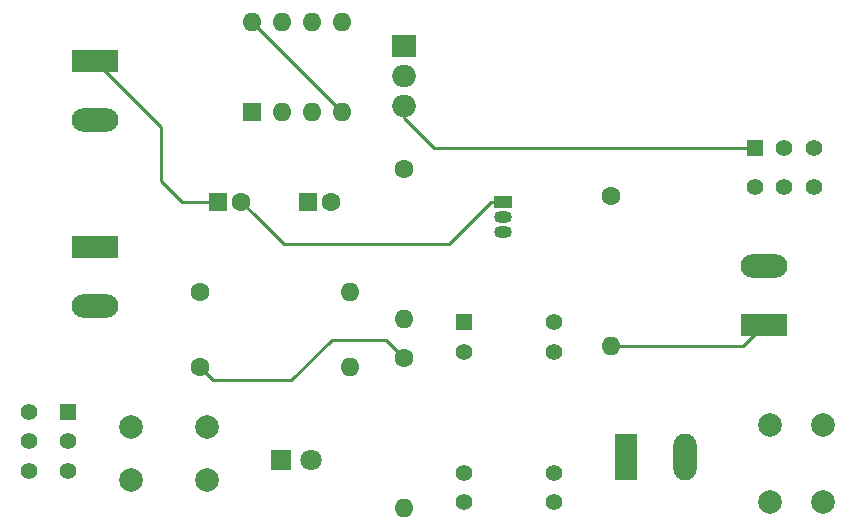
<source format=gbr>
%TF.GenerationSoftware,KiCad,Pcbnew,(5.1.10)-1*%
%TF.CreationDate,2021-10-13T19:13:19-05:00*%
%TF.ProjectId,electroporator,656c6563-7472-46f7-906f-7261746f722e,rev?*%
%TF.SameCoordinates,Original*%
%TF.FileFunction,Copper,L2,Bot*%
%TF.FilePolarity,Positive*%
%FSLAX46Y46*%
G04 Gerber Fmt 4.6, Leading zero omitted, Abs format (unit mm)*
G04 Created by KiCad (PCBNEW (5.1.10)-1) date 2021-10-13 19:13:19*
%MOMM*%
%LPD*%
G01*
G04 APERTURE LIST*
%TA.AperFunction,ComponentPad*%
%ADD10O,3.960000X1.980000*%
%TD*%
%TA.AperFunction,ComponentPad*%
%ADD11R,3.960000X1.980000*%
%TD*%
%TA.AperFunction,ComponentPad*%
%ADD12C,2.000000*%
%TD*%
%TA.AperFunction,ComponentPad*%
%ADD13C,1.400000*%
%TD*%
%TA.AperFunction,ComponentPad*%
%ADD14R,1.400000X1.400000*%
%TD*%
%TA.AperFunction,ComponentPad*%
%ADD15C,1.600000*%
%TD*%
%TA.AperFunction,ComponentPad*%
%ADD16R,1.600000X1.600000*%
%TD*%
%TA.AperFunction,ComponentPad*%
%ADD17R,1.800000X1.800000*%
%TD*%
%TA.AperFunction,ComponentPad*%
%ADD18C,1.800000*%
%TD*%
%TA.AperFunction,ComponentPad*%
%ADD19R,1.980000X3.960000*%
%TD*%
%TA.AperFunction,ComponentPad*%
%ADD20O,1.980000X3.960000*%
%TD*%
%TA.AperFunction,ComponentPad*%
%ADD21O,1.500000X1.050000*%
%TD*%
%TA.AperFunction,ComponentPad*%
%ADD22R,1.500000X1.050000*%
%TD*%
%TA.AperFunction,ComponentPad*%
%ADD23O,1.600000X1.600000*%
%TD*%
%TA.AperFunction,ComponentPad*%
%ADD24R,2.000000X1.905000*%
%TD*%
%TA.AperFunction,ComponentPad*%
%ADD25O,2.000000X1.905000*%
%TD*%
%TA.AperFunction,Conductor*%
%ADD26C,0.250000*%
%TD*%
G04 APERTURE END LIST*
D10*
%TO.P,R3,2*%
%TO.N,+5V*%
X107950000Y-75612000D03*
D11*
%TO.P,R3,1*%
%TO.N,Net-(C2-Pad1)*%
X107950000Y-70612000D03*
%TD*%
D12*
%TO.P,SW4,1*%
%TO.N,+VDC*%
X165100000Y-101450000D03*
%TO.P,SW4,2*%
%TO.N,Net-(J2-Pad1)*%
X169600000Y-101450000D03*
%TO.P,SW4,1*%
%TO.N,+VDC*%
X165100000Y-107950000D03*
%TO.P,SW4,2*%
%TO.N,Net-(J2-Pad1)*%
X169600000Y-107950000D03*
%TD*%
D13*
%TO.P,SW3,6*%
%TO.N,N/C*%
X168830000Y-81278000D03*
%TO.P,SW3,5*%
X166330000Y-81278000D03*
%TO.P,SW3,4*%
X163830000Y-81278000D03*
%TO.P,SW3,3*%
X168830000Y-77978000D03*
%TO.P,SW3,2*%
%TO.N,Net-(J2-Pad1)*%
X166330000Y-77978000D03*
D14*
%TO.P,SW3,1*%
%TO.N,Net-(K1-Pad14)*%
X163830000Y-77978000D03*
%TD*%
D15*
%TO.P,C1,2*%
%TO.N,Net-(C1-Pad2)*%
X127984000Y-82550000D03*
D16*
%TO.P,C1,1*%
%TO.N,Net-(C1-Pad1)*%
X125984000Y-82550000D03*
%TD*%
%TO.P,C2,1*%
%TO.N,Net-(C2-Pad1)*%
X118364000Y-82550000D03*
D15*
%TO.P,C2,2*%
%TO.N,Net-(C2-Pad2)*%
X120364000Y-82550000D03*
%TD*%
D17*
%TO.P,D1,1*%
%TO.N,Net-(D1-Pad1)*%
X123698000Y-104394000D03*
D18*
%TO.P,D1,2*%
%TO.N,Net-(D1-Pad2)*%
X126238000Y-104394000D03*
%TD*%
D11*
%TO.P,J1,1*%
%TO.N,GND*%
X107950000Y-86360000D03*
D10*
%TO.P,J1,2*%
%TO.N,+5V*%
X107950000Y-91360000D03*
%TD*%
%TO.P,J2,2*%
%TO.N,-VDC*%
X164592000Y-87964000D03*
D11*
%TO.P,J2,1*%
%TO.N,Net-(J2-Pad1)*%
X164592000Y-92964000D03*
%TD*%
D19*
%TO.P,J3,1*%
%TO.N,-VDC*%
X152908000Y-104140000D03*
D20*
%TO.P,J3,2*%
%TO.N,+VDC*%
X157908000Y-104140000D03*
%TD*%
D13*
%TO.P,K1,13*%
%TO.N,Net-(K1-Pad13)*%
X146812000Y-95250000D03*
%TO.P,K1,9*%
%TO.N,Net-(K1-Pad9)*%
X146812000Y-105510000D03*
%TO.P,K1,6*%
%TO.N,Net-(D1-Pad1)*%
X139192000Y-105510000D03*
%TO.P,K1,2*%
%TO.N,+5V*%
X139192000Y-95250000D03*
D14*
%TO.P,K1,1*%
%TO.N,Net-(K1-Pad1)*%
X139192000Y-92710000D03*
D13*
%TO.P,K1,8*%
%TO.N,+VDC*%
X146812000Y-107950000D03*
%TO.P,K1,7*%
%TO.N,Net-(K1-Pad7)*%
X139192000Y-107950000D03*
%TO.P,K1,14*%
%TO.N,Net-(K1-Pad14)*%
X146812000Y-92710000D03*
%TD*%
D21*
%TO.P,Q1,2*%
%TO.N,Net-(Q1-Pad2)*%
X142494000Y-83820000D03*
%TO.P,Q1,3*%
%TO.N,Net-(D1-Pad1)*%
X142494000Y-85090000D03*
D22*
%TO.P,Q1,1*%
%TO.N,Net-(C2-Pad2)*%
X142494000Y-82550000D03*
%TD*%
D23*
%TO.P,R1,2*%
%TO.N,Net-(C1-Pad2)*%
X129540000Y-96520000D03*
D15*
%TO.P,R1,1*%
%TO.N,+5V*%
X116840000Y-96520000D03*
%TD*%
%TO.P,R2,1*%
%TO.N,+5V*%
X116840000Y-90170000D03*
D23*
%TO.P,R2,2*%
%TO.N,Net-(C1-Pad1)*%
X129540000Y-90170000D03*
%TD*%
%TO.P,R4,2*%
%TO.N,Net-(Q1-Pad2)*%
X134112000Y-92456000D03*
D15*
%TO.P,R4,1*%
%TO.N,Net-(R4-Pad1)*%
X134112000Y-79756000D03*
%TD*%
%TO.P,R5,1*%
%TO.N,+5V*%
X134112000Y-95758000D03*
D23*
%TO.P,R5,2*%
%TO.N,Net-(D1-Pad2)*%
X134112000Y-108458000D03*
%TD*%
D15*
%TO.P,R6,1*%
%TO.N,Net-(R6-Pad1)*%
X151638000Y-82042000D03*
D23*
%TO.P,R6,2*%
%TO.N,Net-(J2-Pad1)*%
X151638000Y-94742000D03*
%TD*%
D14*
%TO.P,SW1,1*%
%TO.N,GND*%
X105664000Y-100330000D03*
D13*
%TO.P,SW1,2*%
%TO.N,Net-(C2-Pad2)*%
X105664000Y-102830000D03*
%TO.P,SW1,3*%
%TO.N,N/C*%
X105664000Y-105330000D03*
%TO.P,SW1,4*%
X102364000Y-100330000D03*
%TO.P,SW1,5*%
X102364000Y-102830000D03*
%TO.P,SW1,6*%
X102364000Y-105330000D03*
%TD*%
D12*
%TO.P,SW2,2*%
%TO.N,Net-(C1-Pad2)*%
X110998000Y-106100000D03*
%TO.P,SW2,1*%
%TO.N,Net-(C2-Pad2)*%
X110998000Y-101600000D03*
%TO.P,SW2,2*%
%TO.N,Net-(C1-Pad2)*%
X117498000Y-106100000D03*
%TO.P,SW2,1*%
%TO.N,Net-(C2-Pad2)*%
X117498000Y-101600000D03*
%TD*%
D16*
%TO.P,U1,1*%
%TO.N,Net-(C2-Pad2)*%
X121285000Y-74930000D03*
D23*
%TO.P,U1,5*%
%TO.N,Net-(U1-Pad5)*%
X128905000Y-67310000D03*
%TO.P,U1,2*%
%TO.N,Net-(C1-Pad1)*%
X123825000Y-74930000D03*
%TO.P,U1,6*%
%TO.N,Net-(C2-Pad1)*%
X126365000Y-67310000D03*
%TO.P,U1,3*%
%TO.N,Net-(R4-Pad1)*%
X126365000Y-74930000D03*
%TO.P,U1,7*%
%TO.N,Net-(C2-Pad1)*%
X123825000Y-67310000D03*
%TO.P,U1,4*%
%TO.N,+5V*%
X128905000Y-74930000D03*
%TO.P,U1,8*%
X121285000Y-67310000D03*
%TD*%
D24*
%TO.P,U2,1*%
%TO.N,Net-(J2-Pad1)*%
X134112000Y-69342000D03*
D25*
%TO.P,U2,2*%
%TO.N,Net-(R6-Pad1)*%
X134112000Y-71882000D03*
%TO.P,U2,3*%
%TO.N,Net-(K1-Pad14)*%
X134112000Y-74422000D03*
%TD*%
D26*
%TO.N,Net-(C2-Pad1)*%
X107950000Y-70612000D02*
X113538000Y-76200000D01*
X113538000Y-80772000D02*
X115316000Y-82550000D01*
X113538000Y-76200000D02*
X113538000Y-80772000D01*
X115316000Y-82550000D02*
X118364000Y-82550000D01*
%TO.N,Net-(C2-Pad2)*%
X121489001Y-83675001D02*
X121521001Y-83675001D01*
X120364000Y-82550000D02*
X121489001Y-83675001D01*
X121521001Y-83675001D02*
X123952000Y-86106000D01*
X141494000Y-82550000D02*
X142494000Y-82550000D01*
X137938000Y-86106000D02*
X141494000Y-82550000D01*
X123952000Y-86106000D02*
X137938000Y-86106000D01*
%TO.N,+5V*%
X128905000Y-74930000D02*
X121285000Y-67310000D01*
X117965001Y-97645001D02*
X124604999Y-97645001D01*
X116840000Y-96520000D02*
X117965001Y-97645001D01*
X124604999Y-97645001D02*
X128016000Y-94234000D01*
X132588000Y-94234000D02*
X134112000Y-95758000D01*
X128016000Y-94234000D02*
X132588000Y-94234000D01*
%TO.N,Net-(K1-Pad14)*%
X134112000Y-74422000D02*
X134112000Y-75438000D01*
X136652000Y-77978000D02*
X140716000Y-77978000D01*
X134112000Y-75438000D02*
X136652000Y-77978000D01*
X140716000Y-77978000D02*
X140462000Y-77978000D01*
X163830000Y-77978000D02*
X140716000Y-77978000D01*
%TO.N,Net-(J2-Pad1)*%
X162814000Y-94742000D02*
X164592000Y-92964000D01*
X151638000Y-94742000D02*
X162814000Y-94742000D01*
%TD*%
M02*

</source>
